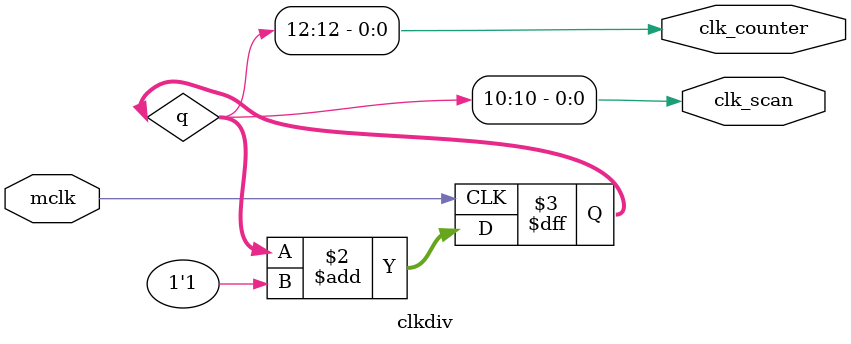
<source format=v>
module clkdiv(
    mclk,
    clk_counter,
    clk_scan
);

input mclk;

output clk_counter;
output clk_scan;

reg [26:0] q;

always @(posedge mclk)
begin
    q <= q + 1'b1;
end

assign clk_counter = q[12]; //10000Hz
assign clk_scan = q[10];

endmodule
</source>
